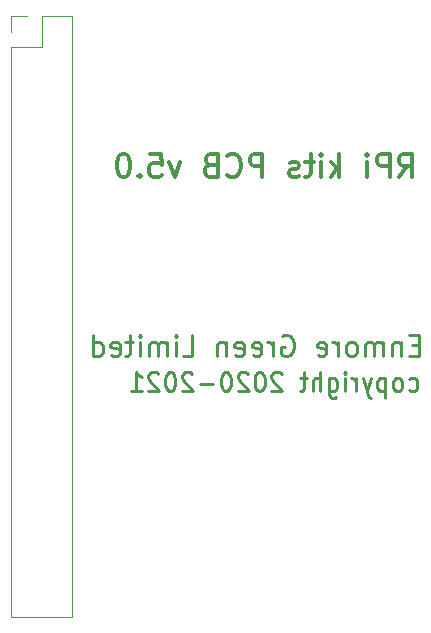
<source format=gbr>
G04 #@! TF.GenerationSoftware,KiCad,Pcbnew,(5.1.2)-1*
G04 #@! TF.CreationDate,2021-03-27T08:32:09+00:00*
G04 #@! TF.ProjectId,RPI_PCB05,5250495f-6b69-4747-935f-50434230352e,rev?*
G04 #@! TF.SameCoordinates,Original*
G04 #@! TF.FileFunction,Legend,Bot*
G04 #@! TF.FilePolarity,Positive*
%FSLAX46Y46*%
G04 Gerber Fmt 4.6, Leading zero omitted, Abs format (unit mm)*
G04 Created by KiCad (PCBNEW (5.1.2)-1) date 2021-03-27 08:32:09*
%MOMM*%
%LPD*%
G04 APERTURE LIST*
%ADD10C,0.300000*%
%ADD11C,0.250000*%
%ADD12C,0.120000*%
G04 APERTURE END LIST*
D10*
X163874904Y-82901523D02*
X164508238Y-81996761D01*
X164960619Y-82901523D02*
X164960619Y-81001523D01*
X164236809Y-81001523D01*
X164055857Y-81092000D01*
X163965380Y-81182476D01*
X163874904Y-81363428D01*
X163874904Y-81634857D01*
X163965380Y-81815809D01*
X164055857Y-81906285D01*
X164236809Y-81996761D01*
X164960619Y-81996761D01*
X163060619Y-82901523D02*
X163060619Y-81001523D01*
X162336809Y-81001523D01*
X162155857Y-81092000D01*
X162065380Y-81182476D01*
X161974904Y-81363428D01*
X161974904Y-81634857D01*
X162065380Y-81815809D01*
X162155857Y-81906285D01*
X162336809Y-81996761D01*
X163060619Y-81996761D01*
X161160619Y-82901523D02*
X161160619Y-81634857D01*
X161160619Y-81001523D02*
X161251095Y-81092000D01*
X161160619Y-81182476D01*
X161070142Y-81092000D01*
X161160619Y-81001523D01*
X161160619Y-81182476D01*
X158808238Y-82901523D02*
X158808238Y-81001523D01*
X158627285Y-82177714D02*
X158084428Y-82901523D01*
X158084428Y-81634857D02*
X158808238Y-82358666D01*
X157270142Y-82901523D02*
X157270142Y-81634857D01*
X157270142Y-81001523D02*
X157360619Y-81092000D01*
X157270142Y-81182476D01*
X157179666Y-81092000D01*
X157270142Y-81001523D01*
X157270142Y-81182476D01*
X156636809Y-81634857D02*
X155913000Y-81634857D01*
X156365380Y-81001523D02*
X156365380Y-82630095D01*
X156274904Y-82811047D01*
X156093952Y-82901523D01*
X155913000Y-82901523D01*
X155370142Y-82811047D02*
X155189190Y-82901523D01*
X154827285Y-82901523D01*
X154646333Y-82811047D01*
X154555857Y-82630095D01*
X154555857Y-82539619D01*
X154646333Y-82358666D01*
X154827285Y-82268190D01*
X155098714Y-82268190D01*
X155279666Y-82177714D01*
X155370142Y-81996761D01*
X155370142Y-81906285D01*
X155279666Y-81725333D01*
X155098714Y-81634857D01*
X154827285Y-81634857D01*
X154646333Y-81725333D01*
X152293952Y-82901523D02*
X152293952Y-81001523D01*
X151570142Y-81001523D01*
X151389190Y-81092000D01*
X151298714Y-81182476D01*
X151208238Y-81363428D01*
X151208238Y-81634857D01*
X151298714Y-81815809D01*
X151389190Y-81906285D01*
X151570142Y-81996761D01*
X152293952Y-81996761D01*
X149308238Y-82720571D02*
X149398714Y-82811047D01*
X149670142Y-82901523D01*
X149851095Y-82901523D01*
X150122523Y-82811047D01*
X150303476Y-82630095D01*
X150393952Y-82449142D01*
X150484428Y-82087238D01*
X150484428Y-81815809D01*
X150393952Y-81453904D01*
X150303476Y-81272952D01*
X150122523Y-81092000D01*
X149851095Y-81001523D01*
X149670142Y-81001523D01*
X149398714Y-81092000D01*
X149308238Y-81182476D01*
X147860619Y-81906285D02*
X147589190Y-81996761D01*
X147498714Y-82087238D01*
X147408238Y-82268190D01*
X147408238Y-82539619D01*
X147498714Y-82720571D01*
X147589190Y-82811047D01*
X147770142Y-82901523D01*
X148493952Y-82901523D01*
X148493952Y-81001523D01*
X147860619Y-81001523D01*
X147679666Y-81092000D01*
X147589190Y-81182476D01*
X147498714Y-81363428D01*
X147498714Y-81544380D01*
X147589190Y-81725333D01*
X147679666Y-81815809D01*
X147860619Y-81906285D01*
X148493952Y-81906285D01*
X145327285Y-81634857D02*
X144874904Y-82901523D01*
X144422523Y-81634857D01*
X142793952Y-81001523D02*
X143698714Y-81001523D01*
X143789190Y-81906285D01*
X143698714Y-81815809D01*
X143517761Y-81725333D01*
X143065380Y-81725333D01*
X142884428Y-81815809D01*
X142793952Y-81906285D01*
X142703476Y-82087238D01*
X142703476Y-82539619D01*
X142793952Y-82720571D01*
X142884428Y-82811047D01*
X143065380Y-82901523D01*
X143517761Y-82901523D01*
X143698714Y-82811047D01*
X143789190Y-82720571D01*
X141889190Y-82720571D02*
X141798714Y-82811047D01*
X141889190Y-82901523D01*
X141979666Y-82811047D01*
X141889190Y-82720571D01*
X141889190Y-82901523D01*
X140622523Y-81001523D02*
X140441571Y-81001523D01*
X140260619Y-81092000D01*
X140170142Y-81182476D01*
X140079666Y-81363428D01*
X139989190Y-81725333D01*
X139989190Y-82177714D01*
X140079666Y-82539619D01*
X140170142Y-82720571D01*
X140260619Y-82811047D01*
X140441571Y-82901523D01*
X140622523Y-82901523D01*
X140803476Y-82811047D01*
X140893952Y-82720571D01*
X140984428Y-82539619D01*
X141074904Y-82177714D01*
X141074904Y-81725333D01*
X140984428Y-81363428D01*
X140893952Y-81182476D01*
X140803476Y-81092000D01*
X140622523Y-81001523D01*
D11*
X164699500Y-100997857D02*
X164842357Y-101076428D01*
X165128071Y-101076428D01*
X165270928Y-100997857D01*
X165342357Y-100919285D01*
X165413785Y-100762142D01*
X165413785Y-100290714D01*
X165342357Y-100133571D01*
X165270928Y-100055000D01*
X165128071Y-99976428D01*
X164842357Y-99976428D01*
X164699500Y-100055000D01*
X163842357Y-101076428D02*
X163985214Y-100997857D01*
X164056642Y-100919285D01*
X164128071Y-100762142D01*
X164128071Y-100290714D01*
X164056642Y-100133571D01*
X163985214Y-100055000D01*
X163842357Y-99976428D01*
X163628071Y-99976428D01*
X163485214Y-100055000D01*
X163413785Y-100133571D01*
X163342357Y-100290714D01*
X163342357Y-100762142D01*
X163413785Y-100919285D01*
X163485214Y-100997857D01*
X163628071Y-101076428D01*
X163842357Y-101076428D01*
X162699500Y-99976428D02*
X162699500Y-101626428D01*
X162699500Y-100055000D02*
X162556642Y-99976428D01*
X162270928Y-99976428D01*
X162128071Y-100055000D01*
X162056642Y-100133571D01*
X161985214Y-100290714D01*
X161985214Y-100762142D01*
X162056642Y-100919285D01*
X162128071Y-100997857D01*
X162270928Y-101076428D01*
X162556642Y-101076428D01*
X162699500Y-100997857D01*
X161485214Y-99976428D02*
X161128071Y-101076428D01*
X160770928Y-99976428D02*
X161128071Y-101076428D01*
X161270928Y-101469285D01*
X161342357Y-101547857D01*
X161485214Y-101626428D01*
X160199500Y-101076428D02*
X160199500Y-99976428D01*
X160199500Y-100290714D02*
X160128071Y-100133571D01*
X160056642Y-100055000D01*
X159913785Y-99976428D01*
X159770928Y-99976428D01*
X159270928Y-101076428D02*
X159270928Y-99976428D01*
X159270928Y-99426428D02*
X159342357Y-99505000D01*
X159270928Y-99583571D01*
X159199500Y-99505000D01*
X159270928Y-99426428D01*
X159270928Y-99583571D01*
X157913785Y-99976428D02*
X157913785Y-101312142D01*
X157985214Y-101469285D01*
X158056642Y-101547857D01*
X158199500Y-101626428D01*
X158413785Y-101626428D01*
X158556642Y-101547857D01*
X157913785Y-100997857D02*
X158056642Y-101076428D01*
X158342357Y-101076428D01*
X158485214Y-100997857D01*
X158556642Y-100919285D01*
X158628071Y-100762142D01*
X158628071Y-100290714D01*
X158556642Y-100133571D01*
X158485214Y-100055000D01*
X158342357Y-99976428D01*
X158056642Y-99976428D01*
X157913785Y-100055000D01*
X157199500Y-101076428D02*
X157199500Y-99426428D01*
X156556642Y-101076428D02*
X156556642Y-100212142D01*
X156628071Y-100055000D01*
X156770928Y-99976428D01*
X156985214Y-99976428D01*
X157128071Y-100055000D01*
X157199500Y-100133571D01*
X156056642Y-99976428D02*
X155485214Y-99976428D01*
X155842357Y-99426428D02*
X155842357Y-100840714D01*
X155770928Y-100997857D01*
X155628071Y-101076428D01*
X155485214Y-101076428D01*
X153913785Y-99583571D02*
X153842357Y-99505000D01*
X153699500Y-99426428D01*
X153342357Y-99426428D01*
X153199500Y-99505000D01*
X153128071Y-99583571D01*
X153056642Y-99740714D01*
X153056642Y-99897857D01*
X153128071Y-100133571D01*
X153985214Y-101076428D01*
X153056642Y-101076428D01*
X152128071Y-99426428D02*
X151985214Y-99426428D01*
X151842357Y-99505000D01*
X151770928Y-99583571D01*
X151699500Y-99740714D01*
X151628071Y-100055000D01*
X151628071Y-100447857D01*
X151699500Y-100762142D01*
X151770928Y-100919285D01*
X151842357Y-100997857D01*
X151985214Y-101076428D01*
X152128071Y-101076428D01*
X152270928Y-100997857D01*
X152342357Y-100919285D01*
X152413785Y-100762142D01*
X152485214Y-100447857D01*
X152485214Y-100055000D01*
X152413785Y-99740714D01*
X152342357Y-99583571D01*
X152270928Y-99505000D01*
X152128071Y-99426428D01*
X151056642Y-99583571D02*
X150985214Y-99505000D01*
X150842357Y-99426428D01*
X150485214Y-99426428D01*
X150342357Y-99505000D01*
X150270928Y-99583571D01*
X150199500Y-99740714D01*
X150199500Y-99897857D01*
X150270928Y-100133571D01*
X151128071Y-101076428D01*
X150199500Y-101076428D01*
X149270928Y-99426428D02*
X149128071Y-99426428D01*
X148985214Y-99505000D01*
X148913785Y-99583571D01*
X148842357Y-99740714D01*
X148770928Y-100055000D01*
X148770928Y-100447857D01*
X148842357Y-100762142D01*
X148913785Y-100919285D01*
X148985214Y-100997857D01*
X149128071Y-101076428D01*
X149270928Y-101076428D01*
X149413785Y-100997857D01*
X149485214Y-100919285D01*
X149556642Y-100762142D01*
X149628071Y-100447857D01*
X149628071Y-100055000D01*
X149556642Y-99740714D01*
X149485214Y-99583571D01*
X149413785Y-99505000D01*
X149270928Y-99426428D01*
X148128071Y-100447857D02*
X146985214Y-100447857D01*
X146342357Y-99583571D02*
X146270928Y-99505000D01*
X146128071Y-99426428D01*
X145770928Y-99426428D01*
X145628071Y-99505000D01*
X145556642Y-99583571D01*
X145485214Y-99740714D01*
X145485214Y-99897857D01*
X145556642Y-100133571D01*
X146413785Y-101076428D01*
X145485214Y-101076428D01*
X144556642Y-99426428D02*
X144413785Y-99426428D01*
X144270928Y-99505000D01*
X144199500Y-99583571D01*
X144128071Y-99740714D01*
X144056642Y-100055000D01*
X144056642Y-100447857D01*
X144128071Y-100762142D01*
X144199500Y-100919285D01*
X144270928Y-100997857D01*
X144413785Y-101076428D01*
X144556642Y-101076428D01*
X144699500Y-100997857D01*
X144770928Y-100919285D01*
X144842357Y-100762142D01*
X144913785Y-100447857D01*
X144913785Y-100055000D01*
X144842357Y-99740714D01*
X144770928Y-99583571D01*
X144699500Y-99505000D01*
X144556642Y-99426428D01*
X143485214Y-99583571D02*
X143413785Y-99505000D01*
X143270928Y-99426428D01*
X142913785Y-99426428D01*
X142770928Y-99505000D01*
X142699500Y-99583571D01*
X142628071Y-99740714D01*
X142628071Y-99897857D01*
X142699500Y-100133571D01*
X143556642Y-101076428D01*
X142628071Y-101076428D01*
X141199500Y-101076428D02*
X142056642Y-101076428D01*
X141628071Y-101076428D02*
X141628071Y-99426428D01*
X141770928Y-99662142D01*
X141913785Y-99819285D01*
X142056642Y-99897857D01*
X165548738Y-97149857D02*
X164982071Y-97149857D01*
X164739214Y-98118904D02*
X165548738Y-98118904D01*
X165548738Y-96268904D01*
X164739214Y-96268904D01*
X164010642Y-96885571D02*
X164010642Y-98118904D01*
X164010642Y-97061761D02*
X163929690Y-96973666D01*
X163767785Y-96885571D01*
X163524928Y-96885571D01*
X163363023Y-96973666D01*
X163282071Y-97149857D01*
X163282071Y-98118904D01*
X162472547Y-98118904D02*
X162472547Y-96885571D01*
X162472547Y-97061761D02*
X162391595Y-96973666D01*
X162229690Y-96885571D01*
X161986833Y-96885571D01*
X161824928Y-96973666D01*
X161743976Y-97149857D01*
X161743976Y-98118904D01*
X161743976Y-97149857D02*
X161663023Y-96973666D01*
X161501119Y-96885571D01*
X161258261Y-96885571D01*
X161096357Y-96973666D01*
X161015404Y-97149857D01*
X161015404Y-98118904D01*
X159963023Y-98118904D02*
X160124928Y-98030809D01*
X160205880Y-97942714D01*
X160286833Y-97766523D01*
X160286833Y-97237952D01*
X160205880Y-97061761D01*
X160124928Y-96973666D01*
X159963023Y-96885571D01*
X159720166Y-96885571D01*
X159558261Y-96973666D01*
X159477309Y-97061761D01*
X159396357Y-97237952D01*
X159396357Y-97766523D01*
X159477309Y-97942714D01*
X159558261Y-98030809D01*
X159720166Y-98118904D01*
X159963023Y-98118904D01*
X158667785Y-98118904D02*
X158667785Y-96885571D01*
X158667785Y-97237952D02*
X158586833Y-97061761D01*
X158505880Y-96973666D01*
X158343976Y-96885571D01*
X158182071Y-96885571D01*
X156967785Y-98030809D02*
X157129690Y-98118904D01*
X157453499Y-98118904D01*
X157615404Y-98030809D01*
X157696357Y-97854619D01*
X157696357Y-97149857D01*
X157615404Y-96973666D01*
X157453499Y-96885571D01*
X157129690Y-96885571D01*
X156967785Y-96973666D01*
X156886833Y-97149857D01*
X156886833Y-97326047D01*
X157696357Y-97502238D01*
X153972547Y-96357000D02*
X154134452Y-96268904D01*
X154377309Y-96268904D01*
X154620166Y-96357000D01*
X154782071Y-96533190D01*
X154863023Y-96709380D01*
X154943976Y-97061761D01*
X154943976Y-97326047D01*
X154863023Y-97678428D01*
X154782071Y-97854619D01*
X154620166Y-98030809D01*
X154377309Y-98118904D01*
X154215404Y-98118904D01*
X153972547Y-98030809D01*
X153891595Y-97942714D01*
X153891595Y-97326047D01*
X154215404Y-97326047D01*
X153163023Y-98118904D02*
X153163023Y-96885571D01*
X153163023Y-97237952D02*
X153082071Y-97061761D01*
X153001119Y-96973666D01*
X152839214Y-96885571D01*
X152677309Y-96885571D01*
X151463023Y-98030809D02*
X151624928Y-98118904D01*
X151948738Y-98118904D01*
X152110642Y-98030809D01*
X152191595Y-97854619D01*
X152191595Y-97149857D01*
X152110642Y-96973666D01*
X151948738Y-96885571D01*
X151624928Y-96885571D01*
X151463023Y-96973666D01*
X151382071Y-97149857D01*
X151382071Y-97326047D01*
X152191595Y-97502238D01*
X150005880Y-98030809D02*
X150167785Y-98118904D01*
X150491595Y-98118904D01*
X150653499Y-98030809D01*
X150734452Y-97854619D01*
X150734452Y-97149857D01*
X150653499Y-96973666D01*
X150491595Y-96885571D01*
X150167785Y-96885571D01*
X150005880Y-96973666D01*
X149924928Y-97149857D01*
X149924928Y-97326047D01*
X150734452Y-97502238D01*
X149196357Y-96885571D02*
X149196357Y-98118904D01*
X149196357Y-97061761D02*
X149115404Y-96973666D01*
X148953499Y-96885571D01*
X148710642Y-96885571D01*
X148548738Y-96973666D01*
X148467785Y-97149857D01*
X148467785Y-98118904D01*
X145553499Y-98118904D02*
X146363023Y-98118904D01*
X146363023Y-96268904D01*
X144986833Y-98118904D02*
X144986833Y-96885571D01*
X144986833Y-96268904D02*
X145067785Y-96357000D01*
X144986833Y-96445095D01*
X144905880Y-96357000D01*
X144986833Y-96268904D01*
X144986833Y-96445095D01*
X144177309Y-98118904D02*
X144177309Y-96885571D01*
X144177309Y-97061761D02*
X144096357Y-96973666D01*
X143934452Y-96885571D01*
X143691595Y-96885571D01*
X143529690Y-96973666D01*
X143448738Y-97149857D01*
X143448738Y-98118904D01*
X143448738Y-97149857D02*
X143367785Y-96973666D01*
X143205880Y-96885571D01*
X142963023Y-96885571D01*
X142801119Y-96973666D01*
X142720166Y-97149857D01*
X142720166Y-98118904D01*
X141910642Y-98118904D02*
X141910642Y-96885571D01*
X141910642Y-96268904D02*
X141991595Y-96357000D01*
X141910642Y-96445095D01*
X141829690Y-96357000D01*
X141910642Y-96268904D01*
X141910642Y-96445095D01*
X141343976Y-96885571D02*
X140696357Y-96885571D01*
X141101119Y-96268904D02*
X141101119Y-97854619D01*
X141020166Y-98030809D01*
X140858261Y-98118904D01*
X140696357Y-98118904D01*
X139482071Y-98030809D02*
X139643976Y-98118904D01*
X139967785Y-98118904D01*
X140129690Y-98030809D01*
X140210642Y-97854619D01*
X140210642Y-97149857D01*
X140129690Y-96973666D01*
X139967785Y-96885571D01*
X139643976Y-96885571D01*
X139482071Y-96973666D01*
X139401119Y-97149857D01*
X139401119Y-97326047D01*
X140210642Y-97502238D01*
X137943976Y-98118904D02*
X137943976Y-96268904D01*
X137943976Y-98030809D02*
X138105880Y-98118904D01*
X138429690Y-98118904D01*
X138591595Y-98030809D01*
X138672547Y-97942714D01*
X138753499Y-97766523D01*
X138753499Y-97237952D01*
X138672547Y-97061761D01*
X138591595Y-96973666D01*
X138429690Y-96885571D01*
X138105880Y-96885571D01*
X137943976Y-96973666D01*
D12*
X136204000Y-69282000D02*
X133604000Y-69282000D01*
X136204000Y-69282000D02*
X136204000Y-120202000D01*
X136204000Y-120202000D02*
X131004000Y-120202000D01*
X131004000Y-71882000D02*
X131004000Y-120202000D01*
X133604000Y-71882000D02*
X131004000Y-71882000D01*
X133604000Y-69282000D02*
X133604000Y-71882000D01*
X131004000Y-69282000D02*
X131004000Y-70612000D01*
X132334000Y-69282000D02*
X131004000Y-69282000D01*
M02*

</source>
